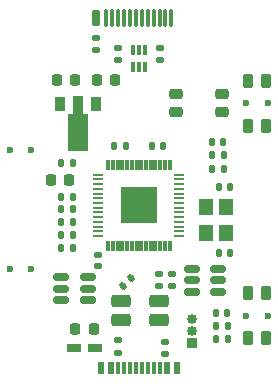
<source format=gbr>
G04 #@! TF.GenerationSoftware,KiCad,Pcbnew,8.0.5*
G04 #@! TF.CreationDate,2024-11-16T16:19:56+03:00*
G04 #@! TF.ProjectId,USB_duck_v2,5553425f-6475-4636-9b5f-76322e6b6963,rev?*
G04 #@! TF.SameCoordinates,Original*
G04 #@! TF.FileFunction,Soldermask,Top*
G04 #@! TF.FilePolarity,Negative*
%FSLAX46Y46*%
G04 Gerber Fmt 4.6, Leading zero omitted, Abs format (unit mm)*
G04 Created by KiCad (PCBNEW 8.0.5) date 2024-11-16 16:19:56*
%MOMM*%
%LPD*%
G01*
G04 APERTURE LIST*
G04 Aperture macros list*
%AMRoundRect*
0 Rectangle with rounded corners*
0 $1 Rounding radius*
0 $2 $3 $4 $5 $6 $7 $8 $9 X,Y pos of 4 corners*
0 Add a 4 corners polygon primitive as box body*
4,1,4,$2,$3,$4,$5,$6,$7,$8,$9,$2,$3,0*
0 Add four circle primitives for the rounded corners*
1,1,$1+$1,$2,$3*
1,1,$1+$1,$4,$5*
1,1,$1+$1,$6,$7*
1,1,$1+$1,$8,$9*
0 Add four rect primitives between the rounded corners*
20,1,$1+$1,$2,$3,$4,$5,0*
20,1,$1+$1,$4,$5,$6,$7,0*
20,1,$1+$1,$6,$7,$8,$9,0*
20,1,$1+$1,$8,$9,$2,$3,0*%
%AMFreePoly0*
4,1,9,3.862500,-0.866500,0.737500,-0.866500,0.737500,-0.450000,-0.737500,-0.450000,-0.737500,0.450000,0.737500,0.450000,0.737500,0.866500,3.862500,0.866500,3.862500,-0.866500,3.862500,-0.866500,$1*%
G04 Aperture macros list end*
%ADD10RoundRect,0.140000X-0.140000X-0.170000X0.140000X-0.170000X0.140000X0.170000X-0.140000X0.170000X0*%
%ADD11RoundRect,0.135000X-0.135000X-0.185000X0.135000X-0.185000X0.135000X0.185000X-0.135000X0.185000X0*%
%ADD12RoundRect,0.140000X0.140000X0.170000X-0.140000X0.170000X-0.140000X-0.170000X0.140000X-0.170000X0*%
%ADD13RoundRect,0.225000X-0.225000X-0.250000X0.225000X-0.250000X0.225000X0.250000X-0.225000X0.250000X0*%
%ADD14R,1.200000X1.400000*%
%ADD15RoundRect,0.006000X0.094000X-0.414000X0.094000X0.414000X-0.094000X0.414000X-0.094000X-0.414000X0*%
%ADD16RoundRect,0.020000X0.400000X-0.080000X0.400000X0.080000X-0.400000X0.080000X-0.400000X-0.080000X0*%
%ADD17R,3.100000X3.100000*%
%ADD18RoundRect,0.135000X-0.185000X0.135000X-0.185000X-0.135000X0.185000X-0.135000X0.185000X0.135000X0*%
%ADD19C,0.600000*%
%ADD20RoundRect,0.225000X0.225000X-0.375000X0.225000X0.375000X-0.225000X0.375000X-0.225000X-0.375000X0*%
%ADD21RoundRect,0.135000X0.185000X-0.135000X0.185000X0.135000X-0.185000X0.135000X-0.185000X-0.135000X0*%
%ADD22R,0.850000X0.850000*%
%ADD23O,0.850000X0.850000*%
%ADD24RoundRect,0.225000X0.225000X0.250000X-0.225000X0.250000X-0.225000X-0.250000X0.225000X-0.250000X0*%
%ADD25RoundRect,0.075000X-0.075000X-0.675000X0.075000X-0.675000X0.075000X0.675000X-0.075000X0.675000X0*%
%ADD26RoundRect,0.175000X-0.175000X-0.525000X0.175000X-0.525000X0.175000X0.525000X-0.175000X0.525000X0*%
%ADD27R,0.600000X1.100000*%
%ADD28R,0.300000X1.100000*%
%ADD29RoundRect,0.135000X0.135000X0.185000X-0.135000X0.185000X-0.135000X-0.185000X0.135000X-0.185000X0*%
%ADD30RoundRect,0.225000X0.350000X0.225000X-0.350000X0.225000X-0.350000X-0.225000X0.350000X-0.225000X0*%
%ADD31R,0.300000X0.850000*%
%ADD32RoundRect,0.150000X0.512500X0.150000X-0.512500X0.150000X-0.512500X-0.150000X0.512500X-0.150000X0*%
%ADD33RoundRect,0.140000X0.170000X-0.140000X0.170000X0.140000X-0.170000X0.140000X-0.170000X-0.140000X0*%
%ADD34R,1.270000X0.760000*%
%ADD35RoundRect,0.262500X-0.587500X-0.262500X0.587500X-0.262500X0.587500X0.262500X-0.587500X0.262500X0*%
%ADD36RoundRect,0.140000X0.021213X-0.219203X0.219203X-0.021213X-0.021213X0.219203X-0.219203X0.021213X0*%
%ADD37RoundRect,0.150000X-0.512500X-0.150000X0.512500X-0.150000X0.512500X0.150000X-0.512500X0.150000X0*%
%ADD38R,0.900000X1.300000*%
%ADD39FreePoly0,270.000000*%
G04 APERTURE END LIST*
D10*
X-6580000Y-17300000D03*
X-5620000Y-17300000D03*
D11*
X-6610000Y-12300000D03*
X-5590000Y-12300000D03*
D12*
X-1120000Y-10800000D03*
X-2080000Y-10800000D03*
D11*
X6170000Y-12740000D03*
X7190000Y-12740000D03*
D13*
X-3575000Y-5200000D03*
X-2025000Y-5200000D03*
D14*
X7400000Y-18170000D03*
X7400000Y-15970000D03*
X5700000Y-15970000D03*
X5700000Y-18170000D03*
D15*
X-2600000Y-19285000D03*
X-2200000Y-19285000D03*
X-1800000Y-19285000D03*
X-1400000Y-19285000D03*
X-1000000Y-19285000D03*
X-600000Y-19285000D03*
X-200000Y-19285000D03*
X200000Y-19285000D03*
X600000Y-19285000D03*
X1000000Y-19285000D03*
X1400000Y-19285000D03*
X1800000Y-19285000D03*
X2200000Y-19285000D03*
X2600000Y-19285000D03*
D16*
X3435000Y-18450000D03*
X3435000Y-18050000D03*
X3435000Y-17650000D03*
X3435000Y-17250000D03*
X3435000Y-16850000D03*
X3435000Y-16450000D03*
X3435000Y-16050000D03*
X3435000Y-15650000D03*
X3435000Y-15250000D03*
X3435000Y-14850000D03*
X3435000Y-14450000D03*
X3435000Y-14050000D03*
X3435000Y-13650000D03*
X3435000Y-13250000D03*
D15*
X2600000Y-12415000D03*
X2200000Y-12415000D03*
X1800000Y-12415000D03*
X1400000Y-12415000D03*
X1000000Y-12415000D03*
X600000Y-12415000D03*
X200000Y-12415000D03*
X-200000Y-12415000D03*
X-600000Y-12415000D03*
X-1000000Y-12415000D03*
X-1400000Y-12415000D03*
X-1800000Y-12415000D03*
X-2200000Y-12415000D03*
X-2600000Y-12415000D03*
D16*
X-3435000Y-13250000D03*
X-3435000Y-13650000D03*
X-3435000Y-14050000D03*
X-3435000Y-14450000D03*
X-3435000Y-14850000D03*
X-3435000Y-15250000D03*
X-3435000Y-15650000D03*
X-3435000Y-16050000D03*
X-3435000Y-16450000D03*
X-3435000Y-16850000D03*
X-3435000Y-17250000D03*
X-3435000Y-17650000D03*
X-3435000Y-18050000D03*
X-3435000Y-18450000D03*
D17*
X0Y-15850000D03*
D18*
X-3600000Y-1690000D03*
X-3600000Y-2710000D03*
D19*
X9100000Y-7200000D03*
X10900000Y-7200000D03*
D20*
X9250000Y-9100000D03*
X10750000Y-9100000D03*
X9250000Y-5300000D03*
X10750000Y-5300000D03*
D21*
X2200000Y-28410000D03*
X2200000Y-27390000D03*
D22*
X4500000Y-27500000D03*
D23*
X4500000Y-26500000D03*
X4500000Y-25500000D03*
D24*
X-5400000Y-5200000D03*
X-6950000Y-5200000D03*
D25*
X-2750000Y0D03*
X-2250000Y0D03*
X-1750000Y0D03*
X-1250000Y0D03*
X-750000Y0D03*
X-250000Y0D03*
X250000Y0D03*
X750000Y0D03*
X1250000Y0D03*
X1750000Y0D03*
X2250000Y0D03*
X2750000Y0D03*
D26*
X-3600000Y50000D03*
D18*
X1800000Y-2490000D03*
X1800000Y-3510000D03*
X-1800000Y-2490000D03*
X-1800000Y-3510000D03*
D27*
X-3200000Y-29650000D03*
X-2400000Y-29650000D03*
D28*
X-1250000Y-29650000D03*
X-250000Y-29650000D03*
X250000Y-29650000D03*
X1250000Y-29650000D03*
D27*
X2400000Y-29650000D03*
X3200000Y-29650000D03*
X3200000Y-29650000D03*
X2400000Y-29650000D03*
D28*
X1750000Y-29650000D03*
X750000Y-29650000D03*
X-750000Y-29650000D03*
X-1750000Y-29650000D03*
D27*
X-2400000Y-29650000D03*
X-3200000Y-29650000D03*
D13*
X-7475000Y-13700000D03*
X-5925000Y-13700000D03*
D18*
X1700000Y-21690000D03*
X1700000Y-22710000D03*
D11*
X6170000Y-11590000D03*
X7190000Y-11590000D03*
D12*
X7730000Y-14270000D03*
X6770000Y-14270000D03*
D21*
X-1800000Y-28310000D03*
X-1800000Y-27290000D03*
D29*
X-5590000Y-15100000D03*
X-6610000Y-15100000D03*
D30*
X7075000Y-7950000D03*
X7075000Y-6450000D03*
X3125000Y-6450000D03*
X3125000Y-7950000D03*
D19*
X9100000Y-25200000D03*
X10900000Y-25200000D03*
D20*
X9250000Y-27100000D03*
X10750000Y-27100000D03*
X9250000Y-23300000D03*
X10750000Y-23300000D03*
D10*
X6200000Y-10490000D03*
X7160000Y-10490000D03*
D31*
X500000Y-2700000D03*
X0Y-2700000D03*
X-500000Y-2700000D03*
X-500000Y-4100000D03*
X0Y-4100000D03*
X500000Y-4100000D03*
D32*
X6737500Y-23150000D03*
X6737500Y-22200000D03*
X6737500Y-21250000D03*
X4462500Y-21250000D03*
X4462500Y-22200000D03*
X4462500Y-23150000D03*
D11*
X6490000Y-26050000D03*
X7510000Y-26050000D03*
D10*
X-6580000Y-18400000D03*
X-5620000Y-18400000D03*
D33*
X-3500000Y-20980000D03*
X-3500000Y-20020000D03*
D29*
X-5590000Y-16200000D03*
X-6610000Y-16200000D03*
D34*
X-5490000Y-27910000D03*
X-3710000Y-27910000D03*
D10*
X6770000Y-19870000D03*
X7730000Y-19870000D03*
D35*
X1700000Y-23940000D03*
X-1500000Y-23940000D03*
X1700000Y-25590000D03*
X-1500000Y-25590000D03*
D11*
X6490000Y-27200000D03*
X7510000Y-27200000D03*
D18*
X2800000Y-21690000D03*
X2800000Y-22710000D03*
D10*
X6520000Y-24950000D03*
X7480000Y-24950000D03*
D36*
X-1339411Y-22639411D03*
X-660589Y-21960589D03*
D37*
X-6600000Y-21950000D03*
X-6600000Y-22900000D03*
X-6600000Y-23850000D03*
X-4325000Y-23850000D03*
X-4325000Y-22900000D03*
X-4325000Y-21950000D03*
D24*
X-3825000Y-26310000D03*
X-5375000Y-26310000D03*
D38*
X-3650000Y-7250000D03*
D39*
X-5150000Y-7337500D03*
D38*
X-6650000Y-7250000D03*
D10*
X-6580000Y-19500000D03*
X-5620000Y-19500000D03*
D12*
X2080000Y-10800000D03*
X1120000Y-10800000D03*
D19*
X-10900000Y-11200000D03*
X-9100000Y-11200000D03*
X-10900000Y-21200000D03*
X-9100000Y-21200000D03*
M02*

</source>
